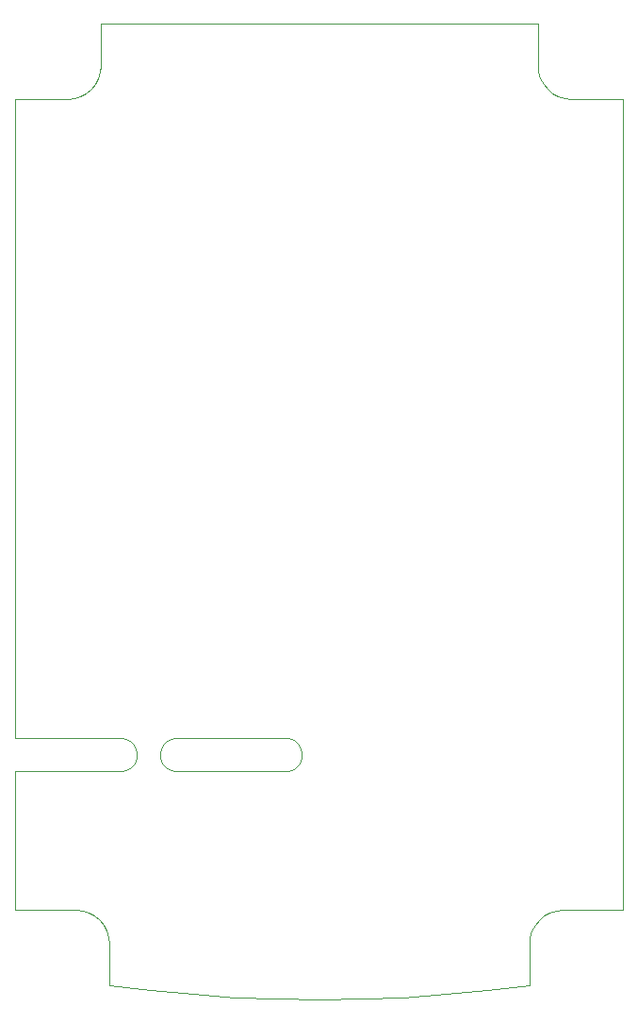
<source format=gbr>
*
%LPD*%
%LNBRD*%
%FSLAX24Y24*%
%MOIN*%
%AD*%
%ADD125C,0.001*%
G54D125*
%SRX1Y1I0.0J0.0*%
G1X3020Y34450D2*
G1X18480Y34450D1*
G1X18480Y32980D2*
G1X18480Y34450D1*
G1X18480Y32980D2*
G1X18502Y32752D1*
G1X18569Y32532D1*
G1X18677Y32330D1*
G1X18823Y32153D1*
G1X19000Y32007D1*
G1X19202Y31899D1*
G1X19422Y31832D1*
G1X19650Y31810D1*
G1X21500Y31810D1*
G1X21500Y3150D2*
G1X21500Y31810D1*
G1X19350Y3150D2*
G1X21500Y3150D1*
G1X19122Y3128D2*
G1X19350Y3150D1*
G1X18902Y3061D2*
G1X19122Y3128D1*
G1X18700Y2953D2*
G1X18902Y3061D1*
G1X18523Y2807D2*
G1X18700Y2953D1*
G1X18377Y2630D2*
G1X18523Y2807D1*
G1X18269Y2428D2*
G1X18377Y2630D1*
G1X18202Y2208D2*
G1X18269Y2428D1*
G1X18180Y1980D2*
G1X18202Y2208D1*
G1X18180Y510D2*
G1X18180Y1980D1*
G1X16701Y327D2*
G1X18180Y510D1*
G1X15217Y184D2*
G1X16701Y327D1*
G1X13730Y82D2*
G1X15217Y184D1*
G1X12240Y20D2*
G1X13730Y82D1*
G1X10750Y0D2*
G1X12240Y20D1*
G1X9260Y20D2*
G1X10750Y0D1*
G1X7770Y82D2*
G1X9260Y20D1*
G1X6283Y184D2*
G1X7770Y82D1*
G1X4799Y327D2*
G1X6283Y184D1*
G1X3320Y510D2*
G1X4799Y327D1*
G1X3320Y510D2*
G1X3320Y1980D1*
G1X3298Y2208D2*
G1X3320Y1980D1*
G1X3231Y2428D2*
G1X3298Y2208D1*
G1X3123Y2630D2*
G1X3231Y2428D1*
G1X2977Y2807D2*
G1X3123Y2630D1*
G1X2800Y2953D2*
G1X2977Y2807D1*
G1X2598Y3061D2*
G1X2800Y2953D1*
G1X2378Y3128D2*
G1X2598Y3061D1*
G1X2150Y3150D2*
G1X2378Y3128D1*
G1X0Y3150D2*
G1X2150Y3150D1*
G1X0Y31810D2*
G1X1850Y31810D1*
G1X2078Y31832D1*
G1X2298Y31899D1*
G1X2500Y32007D1*
G1X2677Y32153D1*
G1X2823Y32330D1*
G1X2931Y32532D1*
G1X2998Y32752D1*
G1X3020Y32980D1*
G1X3020Y34450D1*
G1X0Y9230D2*
G1X0Y31810D1*
G1X5710Y8050D2*
G1X9550Y8050D1*
G1X5710Y9230D2*
G1X9550Y9230D1*
G1X0Y9230D2*
G1X3700Y9230D1*
G1X0Y8050D2*
G1X3700Y8050D1*
G1X0Y3150D2*
G1X0Y8050D1*
G1X3700Y8050D2*
G1X3802Y8059D1*
G1X3902Y8086D1*
G1X3995Y8129D1*
G1X4079Y8188D1*
G1X4152Y8261D1*
G1X4211Y8345D1*
G1X4254Y8438D1*
G1X4281Y8538D1*
G1X4290Y8640D1*
G1X4281Y8742D1*
G1X4254Y8842D1*
G1X4211Y8935D1*
G1X4152Y9019D1*
G1X4079Y9092D1*
G1X3995Y9151D1*
G1X3902Y9194D1*
G1X3802Y9221D1*
G1X3700Y9230D1*
G1X5710Y9230D2*
G1X5608Y9221D1*
G1X5508Y9194D1*
G1X5415Y9151D1*
G1X5331Y9092D1*
G1X5258Y9019D1*
G1X5199Y8935D1*
G1X5156Y8842D1*
G1X5129Y8742D1*
G1X5120Y8640D1*
G1X5129Y8538D1*
G1X5156Y8438D1*
G1X5199Y8345D1*
G1X5258Y8261D1*
G1X5331Y8188D1*
G1X5415Y8129D1*
G1X5508Y8086D1*
G1X5608Y8059D1*
G1X5710Y8050D1*
G1X9550Y8050D2*
G1X9652Y8059D1*
G1X9752Y8086D1*
G1X9845Y8129D1*
G1X9929Y8188D1*
G1X10002Y8261D1*
G1X10061Y8345D1*
G1X10104Y8438D1*
G1X10131Y8538D1*
G1X10140Y8640D1*
G1X10131Y8742D1*
G1X10104Y8842D1*
G1X10061Y8935D1*
G1X10002Y9019D1*
G1X9929Y9092D1*
G1X9845Y9151D1*
G1X9752Y9194D1*
G1X9652Y9221D1*
G1X9550Y9230D1*
M2*

</source>
